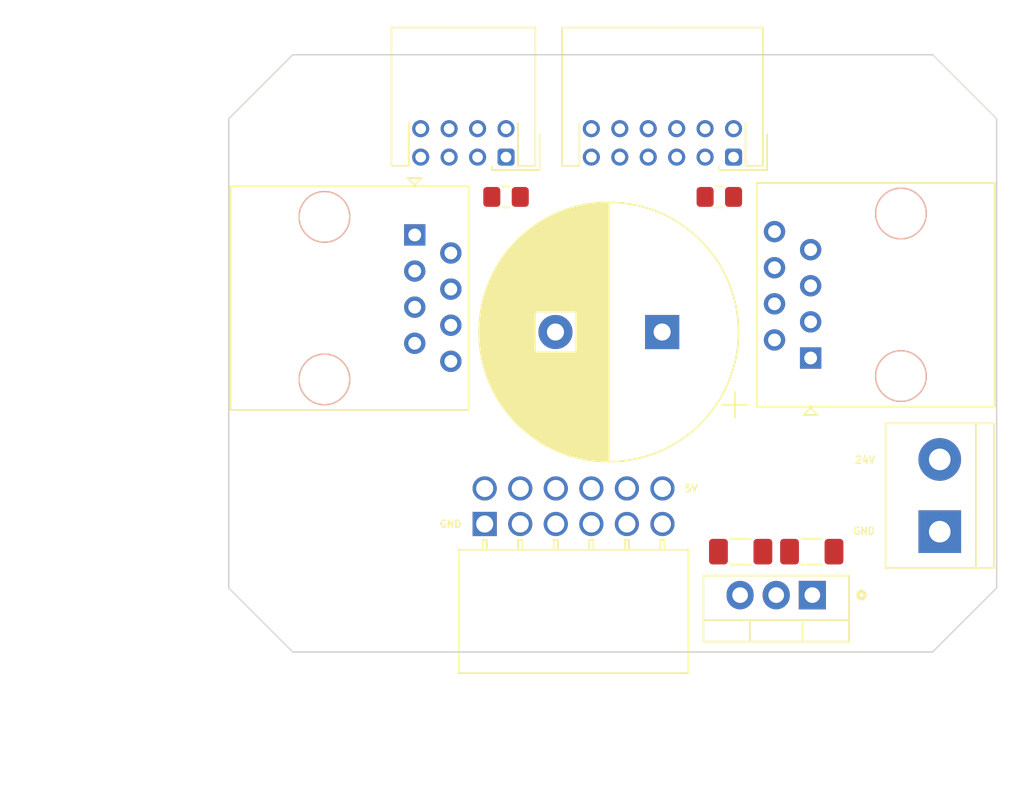
<source format=kicad_pcb>
(kicad_pcb (version 20211014) (generator pcbnew)
  (layers (0 "F.Cu" signal) (31 "B.Cu" signal) (34 "B.Paste" user) (35 "F.Paste" user) (36 "B.SilkS" user "B.Silkscreen") (37 "F.SilkS" user "F.Silkscreen") (38 "B.Mask" user) (39 "F.Mask" user) (44 "Edge.Cuts" user))
  (net 0 "")
  (net 1 "+24V")
  (net 2 "GND")
  (net 3 "+5V")
  (net 4 "/INPUT_1")
  (net 5 "/INPUT_2")
  (net 6 "/INPUT_3")
  (net 7 "/INPUT_4")
  (net 8 "/INPUT_5")
  (net 9 "/INPUT_6")
  (net 10 "/ANALOG_IN")
  (net 11 "/OUTPUT_1")
  (net 12 "/OUTPUT_2")
  (net 13 "/OUTPUT_3")
  (net 14 "/RX-")
  (net 15 "/RX+")
  (net 16 "/TX-")
  (net 17 "/TX+")
  (net 18 "Net-(J5-Pad3)")
  (net 19 "Net-(J5-Pad4)")
  (net 20 "Net-(J5-Pad5)")
  (net 21 "Net-(J5-Pad6)")
  (footprint "Connector_RJ:RJ45_OST_PJ012-8P8CX_Vertical" (layer "F.Cu") (at 107.08 112.6725 -90)
    (fp_text reference "J5")
    (fp_text value "RJ45")
    (fp_line (start -3.42 -3.79) (end -3.42 12.95) (layer "F.SilkS") (width 0.12))
    (fp_line (start 12.31 -3.79) (end 12.31 12.95) (layer "F.SilkS") (width 0.12))
    (fp_line (start -4 0.5) (end -3.5 0) (layer "F.SilkS") (width 0.12))
    (fp_line (start -4 -0.5) (end -4 0.5) (layer "F.SilkS") (width 0.12))
    (fp_line (start -3.5 0) (end -4 -0.5) (layer "F.SilkS") (width 0.12))
    (fp_line (start 12.31 12.95) (end -3.42 12.95) (layer "F.SilkS") (width 0.12))
    (fp_line (start 12.3 -3.79) (end -3.42 -3.79) (layer "F.SilkS") (width 0.12))
    (pad "" np_thru_hole circle (at 10.16 6.35 270) (size 3.65 3.65) (drill 3.45) (layers *.Cu *.SilkS *.Mask))
    (pad "" np_thru_hole circle (at -1.27 6.35 270) (size 3.65 3.65) (drill 3.45) (layers *.Cu *.SilkS *.Mask))
    (pad "1" thru_hole rect (at 0 0 270) (size 1.5 1.5) (drill 0.9) (layers *.Cu *.Mask) (net 14 "/RX-"))
    (pad "2" thru_hole circle (at 1.27 -2.54 270) (size 1.5 1.5) (drill 0.9) (layers *.Cu *.Mask) (net 15 "/RX+"))
    (pad "3" thru_hole circle (at 2.54 0 270) (size 1.5 1.5) (drill 0.9) (layers *.Cu *.Mask) (net 18 "Net-(J5-Pad3)"))
    (pad "4" thru_hole circle (at 3.81 -2.54 270) (size 1.5 1.5) (drill 0.9) (layers *.Cu *.Mask) (net 19 "Net-(J5-Pad4)"))
    (pad "5" thru_hole circle (at 5.08 0 270) (size 1.5 1.5) (drill 0.9) (layers *.Cu *.Mask) (net 20 "Net-(J5-Pad5)"))
    (pad "6" thru_hole circle (at 6.35 -2.54 270) (size 1.5 1.5) (drill 0.9) (layers *.Cu *.Mask) (net 21 "Net-(J5-Pad6)"))
    (pad "7" thru_hole circle (at 7.62 0 270) (size 1.5 1.5) (drill 0.9) (layers *.Cu *.Mask) (net 16 "/TX-"))
    (pad "8" thru_hole circle (at 8.89 -2.54 270) (size 1.5 1.5) (drill 0.9) (layers *.Cu *.Mask) (net 17 "/TX+"))
  )
  (footprint "Connector_JST:JST_PHD_S8B-PHDSS_2x04_P2.00mm_Horizontal" (layer "F.Cu") (at 113.5 107.2 180)
    (fp_text reference "J2")
    (fp_text value "JST-PHD(>SMCI12(X12))")
    (fp_line (start -0.84 -0.61) (end -2.06 -0.61) (layer "F.SilkS") (width 0.12))
    (fp_line (start -2.06 -0.61) (end -2.06 9.11) (layer "F.SilkS") (width 0.12))
    (fp_line (start -2.06 9.11) (end 3 9.11) (layer "F.SilkS") (width 0.12))
    (fp_line (start 8.06 9.11) (end 3 9.11) (layer "F.SilkS") (width 0.12))
    (fp_line (start 1 -0.66) (end 1 -0.91) (layer "F.SilkS") (width 0.12))
    (fp_line (start -0.84 2.39) (end -0.84 -0.61) (layer "F.SilkS") (width 0.12))
    (fp_line (start 1 -0.91) (end -2.36 -0.91) (layer "F.SilkS") (width 0.12))
    (fp_line (start 6.84 -0.61) (end 8.06 -0.61) (layer "F.SilkS") (width 0.12))
    (fp_line (start 6.84 2.39) (end 6.84 -0.61) (layer "F.SilkS") (width 0.12))
    (fp_line (start -2.36 -0.91) (end -2.36 1.59) (layer "F.SilkS") (width 0.12))
    (fp_line (start 8.06 -0.61) (end 8.06 9.11) (layer "F.SilkS") (width 0.12))
    (pad "1" thru_hole roundrect (at 0 0 180) (size 1.2 1.2) (drill 0.75) (layers *.Cu *.Mask) (roundrect_rratio 0.208333) (net 2 "GND"))
    (pad "2" thru_hole circle (at 0 2 180) (size 1.2 1.2) (drill 0.75) (layers *.Cu *.Mask) (net 1 "+24V"))
    (pad "3" thru_hole circle (at 2 0 180) (size 1.2 1.2) (drill 0.75) (layers *.Cu *.Mask) (net 16 "/TX-"))
    (pad "4" thru_hole circle (at 2 2 180) (size 1.2 1.2) (drill 0.75) (layers *.Cu *.Mask) (net 17 "/TX+"))
    (pad "5" thru_hole circle (at 4 0 180) (size 1.2 1.2) (drill 0.75) (layers *.Cu *.Mask) (net 14 "/RX-"))
    (pad "6" thru_hole circle (at 4 2 180) (size 1.2 1.2) (drill 0.75) (layers *.Cu *.Mask) (net 15 "/RX+"))
    (pad "7" thru_hole circle (at 6 0 180) (size 1.2 1.2) (drill 0.75) (layers *.Cu *.Mask) (net 2 "GND"))
    (pad "8" thru_hole circle (at 6 2 180) (size 1.2 1.2) (drill 0.75) (layers *.Cu *.Mask) (net 2 "GND"))
  )
  (footprint "Resistor_SMD:R_0805_2012Metric_Pad1.20x1.40mm_HandSolder" (layer "F.Cu") (at 113.5 110 180)
    (fp_text reference "R1")
    (fp_text value "120R")
    (fp_line (start -0.227064 0.735) (end 0.227064 0.735) (layer "F.SilkS") (width 0.12))
    (fp_line (start -0.227064 -0.735) (end 0.227064 -0.735) (layer "F.SilkS") (width 0.12))
    (pad "1" smd roundrect (at -1 0 180) (size 1.2 1.4) (layers "F.Cu" "F.Paste" "F.Mask") (roundrect_rratio 0.208333) (net 15 "/RX+"))
    (pad "2" smd roundrect (at 1 0 180) (size 1.2 1.4) (layers "F.Cu" "F.Paste" "F.Mask") (roundrect_rratio 0.208333) (net 14 "/RX-"))
  )
  (footprint "Capacitor_SMD:C_1206_3216Metric_Pad1.33x1.80mm_HandSolder" (layer "F.Cu") (at 130 134.945)
    (fp_text reference "C3")
    (fp_text value "100nF")
    (fp_line (start -0.711252 -0.91) (end 0.711252 -0.91) (layer "F.SilkS") (width 0.12))
    (fp_line (start -0.711252 0.91) (end 0.711252 0.91) (layer "F.SilkS") (width 0.12))
    (pad "1" smd roundrect (at -1.5625 0) (size 1.325 1.8) (layers "F.Cu" "F.Paste" "F.Mask") (roundrect_rratio 0.188679) (net 3 "+5V"))
    (pad "2" smd roundrect (at 1.5625 0) (size 1.325 1.8) (layers "F.Cu" "F.Paste" "F.Mask") (roundrect_rratio 0.188679) (net 2 "GND"))
  )
  (footprint "TerminalBlock:TerminalBlock_bornier-2_P5.08mm" (layer "F.Cu") (at 144 133.54 90)
    (fp_text reference "J4")
    (fp_text value "Screw_Terminal_01x02")
    (fp_line (start 7.62 3.81) (end 7.62 -3.81) (layer "F.SilkS") (width 0.12))
    (fp_line (start -2.54 -3.81) (end -2.54 3.81) (layer "F.SilkS") (width 0.12))
    (fp_line (start 7.62 2.54) (end -2.54 2.54) (layer "F.SilkS") (width 0.12))
    (fp_line (start 7.62 -3.81) (end -2.54 -3.81) (layer "F.SilkS") (width 0.12))
    (fp_line (start -2.54 3.81) (end 7.62 3.81) (layer "F.SilkS") (width 0.12))
    (pad "1" thru_hole rect (at 0 0 90) (size 3 3) (drill 1.52) (layers *.Cu *.Mask) (net 2 "GND"))
    (pad "2" thru_hole circle (at 5.08 0 90) (size 3 3) (drill 1.52) (layers *.Cu *.Mask) (net 1 "+24V"))
  )
  (footprint "Connector_RJ:RJ45_OST_PJ012-8P8CX_Vertical" (layer "F.Cu") (at 134.92 121.3275 90)
    (fp_text reference "J6")
    (fp_text value "RJ45")
    (fp_line (start -4 -0.5) (end -4 0.5) (layer "F.SilkS") (width 0.12))
    (fp_line (start 12.31 12.95) (end -3.42 12.95) (layer "F.SilkS") (width 0.12))
    (fp_line (start -4 0.5) (end -3.5 0) (layer "F.SilkS") (width 0.12))
    (fp_line (start 12.31 -3.79) (end 12.31 12.95) (layer "F.SilkS") (width 0.12))
    (fp_line (start 12.3 -3.79) (end -3.42 -3.79) (layer "F.SilkS") (width 0.12))
    (fp_line (start -3.5 0) (end -4 -0.5) (layer "F.SilkS") (width 0.12))
    (fp_line (start -3.42 -3.79) (end -3.42 12.95) (layer "F.SilkS") (width 0.12))
    (pad "" np_thru_hole circle (at 10.16 6.35 90) (size 3.65 3.65) (drill 3.45) (layers *.Cu *.SilkS *.Mask))
    (pad "" np_thru_hole circle (at -1.27 6.35 90) (size 3.65 3.65) (drill 3.45) (layers *.Cu *.SilkS *.Mask))
    (pad "1" thru_hole rect (at 0 0 90) (size 1.5 1.5) (drill 0.9) (layers *.Cu *.Mask) (net 14 "/RX-"))
    (pad "2" thru_hole circle (at 1.27 -2.54 90) (size 1.5 1.5) (drill 0.9) (layers *.Cu *.Mask) (net 15 "/RX+"))
    (pad "3" thru_hole circle (at 2.54 0 90) (size 1.5 1.5) (drill 0.9) (layers *.Cu *.Mask) (net 18 "Net-(J5-Pad3)"))
    (pad "4" thru_hole circle (at 3.81 -2.54 90) (size 1.5 1.5) (drill 0.9) (layers *.Cu *.Mask) (net 19 "Net-(J5-Pad4)"))
    (pad "5" thru_hole circle (at 5.08 0 90) (size 1.5 1.5) (drill 0.9) (layers *.Cu *.Mask) (net 20 "Net-(J5-Pad5)"))
    (pad "6" thru_hole circle (at 6.35 -2.54 90) (size 1.5 1.5) (drill 0.9) (layers *.Cu *.Mask) (net 21 "Net-(J5-Pad6)"))
    (pad "7" thru_hole circle (at 7.62 0 90) (size 1.5 1.5) (drill 0.9) (layers *.Cu *.Mask) (net 16 "/TX-"))
    (pad "8" thru_hole circle (at 8.89 -2.54 90) (size 1.5 1.5) (drill 0.9) (layers *.Cu *.Mask) (net 17 "/TX+"))
  )
  (footprint "Capacitor_THT:CP_Radial_D18.0mm_P7.50mm" (layer "F.Cu") (at 124.47778 119.5 180)
    (fp_text reference "C1")
    (fp_text value "4700uF")
    (fp_line (start 8.951 -7.453) (end 8.951 7.453) (layer "F.SilkS") (width 0.12))
    (fp_line (start 7.031 -8.47) (end 7.031 -1.44) (layer "F.SilkS") (width 0.12))
    (fp_line (start 7.951 1.44) (end 7.951 8.056) (layer "F.SilkS") (width 0.12))
    (fp_line (start 9.511 -7.031) (end 9.511 7.031) (layer "F.SilkS") (width 0.12))
    (fp_line (start 8.271 1.44) (end 8.271 7.882) (layer "F.SilkS") (width 0.12))
    (fp_line (start 3.95 -9.078) (end 3.95 9.078) (layer "F.SilkS") (width 0.12))
    (fp_line (start 7.551 1.44) (end 7.551 8.251) (layer "F.SilkS") (width 0.12))
    (fp_line (start 9.351 -7.159) (end 9.351 7.159) (layer "F.SilkS") (width 0.12))
    (fp_line (start 11.111 -5.346) (end 11.111 5.346) (layer "F.SilkS") (width 0.12))
    (fp_line (start 10.911 -5.609) (end 10.911 5.609) (layer "F.SilkS") (width 0.12))
    (fp_line (start 5.791 -8.849) (end 5.791 8.849) (layer "F.SilkS") (width 0.12))
    (fp_line (start 5.831 -8.84) (end 5.831 8.84) (layer "F.SilkS") (width 0.12))
    (fp_line (start 7.751 -8.156) (end 7.751 -1.44) (layer "F.SilkS") (width 0.12))
    (fp_line (start 10.551 -6.038) (end 10.551 6.038) (layer "F.SilkS") (width 0.12))
    (fp_line (start 7.791 -8.137) (end 7.791 -1.44) (layer "F.SilkS") (width 0.12))
    (fp_line (start 8.911 1.44) (end 8.911 7.48) (layer "F.SilkS") (width 0.12))
    (fp_line (start 7.111 1.44) (end 7.111 8.439) (layer "F.SilkS") (width 0.12))
    (fp_line (start 11.031 -5.454) (end 11.031 5.454) (layer "F.SilkS") (width 0.12))
    (fp_line (start 11.231 -5.178) (end 11.231 5.178) (layer "F.SilkS") (width 0.12))
    (fp_line (start 7.871 -8.097) (end 7.871 -1.44) (layer "F.SilkS") (width 0.12))
    (fp_line (start 6.151 1.44) (end 6.151 8.759) (layer "F.SilkS") (width 0.12))
    (fp_line (start 9.951 -6.649) (end 9.951 6.649) (layer "F.SilkS") (width 0.12))
    (fp_line (start 4.27 -9.066) (end 4.27 9.066) (layer "F.SilkS") (width 0.12))
    (fp_line (start 7.911 1.44) (end 7.911 8.076) (layer "F.SilkS") (width 0.12))
    (fp_line (start 3.87 -9.08) (end 3.87 9.08) (layer "F.SilkS") (width 0.12))
    (fp_line (start 7.151 1.44) (end 7.151 8.423) (layer "F.SilkS") (width 0.12))
    (fp_line (start 9.071 -7.368) (end 9.071 7.368) (layer "F.SilkS") (width 0.12))
    (fp_line (start 10.671 -5.901) (end 10.671 5.901) (layer "F.SilkS") (width 0.12))
    (fp_line (start 7.831 -8.117) (end 7.831 -1.44) (layer "F.SilkS") (width 0.12))
    (fp_line (start 6.431 1.44) (end 6.431 8.678) (layer "F.SilkS") (width 0.12))
    (fp_line (start 4.511 -9.049) (end 4.511 9.049) (layer "F.SilkS") (width 0.12))
    (fp_line (start 7.991 -8.035) (end 7.991 -1.44) (layer "F.SilkS") (width 0.12))
    (fp_line (start 8.271 -7.882) (end 8.271 -1.44) (layer "F.SilkS") (width 0.12))
    (fp_line (start 10.071 -6.536) (end 10.071 6.536) (layer "F.SilkS") (width 0.12))
    (fp_line (start 11.151 -5.291) (end 11.151 5.291) (layer "F.SilkS") (width 0.12))
    (fp_line (start 3.79 -9.08) (end 3.79 9.08) (layer "F.SilkS") (width 0.12))
    (fp_line (start 6.671 -8.6) (end 6.671 -1.44) (layer "F.SilkS") (width 0.12))
    (fp_line (start 8.071 -7.992) (end 8.071 -1.44) (layer "F.SilkS") (width 0.12))
    (fp_line (start 5.511 -8.909) (end 5.511 8.909) (layer "F.SilkS") (width 0.12))
    (fp_line (start 10.991 -5.506) (end 10.991 5.506) (layer "F.SilkS") (width 0.12))
    (fp_line (start 4.19 -9.07) (end 4.19 9.07) (layer "F.SilkS") (width 0.12))
    (fp_line (start 8.071 1.44) (end 8.071 7.992) (layer "F.SilkS") (width 0.12))
    (fp_line (start 12.83 -0.814) (end 12.83 0.814) (layer "F.SilkS") (width 0.12))
    (fp_line (start 6.711 -8.587) (end 6.711 -1.44) (layer "F.SilkS") (width 0.12))
    (fp_line (start 4.23 -9.068) (end 4.23 9.068) (layer "F.SilkS") (width 0.12))
    (fp_line (start 4.03 -9.076) (end 4.03 9.076) (layer "F.SilkS") (width 0.12))
    (fp_line (start 10.111 -6.497) (end 10.111 6.497) (layer "F.SilkS") (width 0.12))
    (fp_line (start 6.791 -8.559) (end 6.791 -1.44) (layer "F.SilkS") (width 0.12))
    (fp_line (start 8.431 1.44) (end 8.431 7.788) (layer "F.SilkS") (width 0.12))
    (fp_line (start 9.031 -7.397) (end 9.031 7.397) (layer "F.SilkS") (width 0.12))
    (fp_line (start 6.951 -8.501) (end 6.951 -1.44) (layer "F.SilkS") (width 0.12))
    (fp_line (start 6.831 -8.545) (end 6.831 -1.44) (layer "F.SilkS") (width 0.12))
    (fp_line (start 12.87 -0.04) (end 12.87 0.04) (layer "F.SilkS") (width 0.12))
    (fp_line (start 5.391 -8.932) (end 5.391 8.932) (layer "F.SilkS") (width 0.12))
    (fp_line (start 10.511 -6.082) (end 10.511 6.082) (layer "F.SilkS") (width 0.12))
    (fp_line (start 7.671 -8.195) (end 7.671 -1.44) (layer "F.SilkS") (width 0.12))
    (fp_line (start 5.271 -8.953) (end 5.271 8.953) (layer "F.SilkS") (width 0.12))
    (fp_line (start 10.791 -5.758) (end 10.791 5.758) (layer "F.SilkS") (width 0.12))
    (fp_line (start 9.151 -7.31) (end 9.151 7.31) (layer "F.SilkS") (width 0.12))
    (fp_line (start 11.631 -4.552) (end 11.631 4.552) (layer "F.SilkS") (width 0.12))
    (fp_line (start 12.15 -3.512) (end 12.15 3.512) (layer "F.SilkS") (width 0.12))
    (fp_line (start 10.311 -6.296) (end 10.311 6.296) (layer "F.SilkS") (width 0.12))
    (fp_line (start 6.391 -8.69) (end 6.391 -1.44) (layer "F.SilkS") (width 0.12))
    (fp_line (start 7.311 -8.357) (end 7.311 -1.44) (layer "F.SilkS") (width 0.12))
    (fp_line (start 8.231 -7.904) (end 8.231 -1.44) (layer "F.SilkS") (width 0.12))
    (fp_line (start 5.191 -8.966) (end 5.191 8.966) (layer "F.SilkS") (width 0.12))
    (fp_line (start 6.551 1.44) (end 6.551 8.64) (layer "F.SilkS") (width 0.12))
    (fp_line (start 6.151 -8.759) (end 6.151 -1.44) (layer "F.SilkS") (width 0.12))
    (fp_line (start 4.39 -9.058) (end 4.39 9.058) (layer "F.SilkS") (width 0.12))
    (fp_line (start 12.03 -3.784) (end 12.03 3.784) (layer "F.SilkS") (width 0.12))
    (fp_line (start 8.871 -7.508) (end 8.871 -1.44) (layer "F.SilkS") (width 0.12))
    (fp_line (start 8.311 -7.859) (end 8.311 -1.44) (layer "F.SilkS") (width 0.12))
    (fp_line (start 5.151 -8.972) (end 5.151 8.972) (layer "F.SilkS") (width 0.12))
    (fp_line (start 8.871 1.44) (end 8.871 7.508) (layer "F.SilkS") (width 0.12))
    (fp_line (start 6.911 1.44) (end 6.911 8.516) (layer "F.SilkS") (width 0.12))
    (fp_line (start 5.431 -8.924) (end 5.431 8.924) (layer "F.SilkS") (width 0.12))
    (fp_line (start 12.23 -3.317) (end 12.23 3.317) (layer "F.SilkS") (width 0.12))
    (fp_line (start 9.711 -6.864) (end 9.711 6.864) (layer "F.SilkS") (width 0.12))
    (fp_line (start 8.391 1.44) (end 8.391 7.812) (layer "F.SilkS") (width 0.12))
    (fp_line (start 6.791 1.44) (end 6.791 8.559) (layer "F.SilkS") (width 0.12))
    (fp_line (start 6.991 1.44) (end 6.991 8.486) (layer "F.SilkS") (width 0.12))
    (fp_line (start 8.711 1.44) (end 8.711 7.614) (layer "F.SilkS") (width 0.12))
    (fp_line (start 6.631 1.44) (end 6.631 8.614) (layer "F.SilkS") (width 0.12))
    (fp_line (start 11.99 -3.869) (end 11.99 3.869) (layer "F.SilkS") (width 0.12))
    (fp_line (start 12.39 -2.88) (end 12.39 2.88) (layer "F.SilkS") (width 0.12))
    (fp_line (start 7.871 1.44) (end 7.871 8.097) (layer "F.SilkS") (width 0.12))
    (fp_line (start 6.991 -8.486) (end 6.991 -1.44) (layer "F.SilkS") (width 0.12))
    (fp_line (start 6.351 1.44) (end 6.351 8.702) (layer "F.SilkS") (width 0.12))
    (fp_line (start 7.671 1.44) (end 7.671 8.195) (layer "F.SilkS") (width 0.12))
    (fp_line (start 9.831 -6.758) (end 9.831 6.758) (layer "F.SilkS") (width 0.12))
    (fp_line (start 4.591 -9.042) (end 4.591 9.042) (layer "F.SilkS") (width 0.12))
    (fp_line (start 8.591 1.44) (end 8.591 7.69) (layer "F.SilkS") (width 0.12))
    (fp_line (start 5.591 -8.893) (end 5.591 8.893) (layer "F.SilkS") (width 0.12))
    (fp_line (start 6.111 1.44) (end 6.111 8.77) (layer "F.SilkS") (width 0.12))
    (fp_line (start 9.471 -7.064) (end 9.471 7.064) (layer "F.SilkS") (width 0.12))
    (fp_line (start 12.11 -3.605) (end 12.11 3.605) (layer "F.SilkS") (width 0.12))
    (fp_line (start 7.311 1.44) (end 7.311 8.357) (layer "F.SilkS") (width 0.12))
    (fp_line (start 8.111 1.44) (end 8.111 7.971) (layer "F.SilkS") (width 0.12))
    (fp_line (start 11.711 -4.412) (end 11.711 4.412) (layer "F.SilkS") (width 0.12))
    (fp_line (start 10.471 -6.126) (end 10.471 6.126) (layer "F.SilkS") (width 0.12))
    (fp_line (start 12.71 -1.661) (end 12.71 1.661) (layer "F.SilkS") (width 0.12))
    (fp_line (start 8.751 -7.588) (end 8.751 -1.44) (layer "F.SilkS") (width 0.12))
    (fp_line (start 10.831 -5.709) (end 10.831 5.709) (layer "F.SilkS") (width 0.12))
    (fp_line (start 7.111 -8.439) (end 7.111 -1.44) (layer "F.SilkS") (width 0.12))
    (fp_line (start 12.19 -3.416) (end 12.19 3.416) (layer "F.SilkS") (width 0.12))
    (fp_line (start 8.551 -7.715) (end 8.551 -1.44) (layer "F.SilkS") (width 0.12))
    (fp_line (start 11.95 -3.952) (end 11.95 3.952) (layer "F.SilkS") (width 0.12))
    (fp_line (start 8.671 -7.64) (end 8.671 -1.44) (layer "F.SilkS") (width 0.12))
    (fp_line (start 9.791 -6.794) (end 9.791 6.794) (layer "F.SilkS") (width 0.12))
    (fp_line (start 10.431 -6.17) (end 10.431 6.17) (layer "F.SilkS") (width 0.12))
    (fp_line (start 10.151 -6.458) (end 10.151 6.458) (layer "F.SilkS") (width 0.12))
    (fp_line (start 11.511 -4.752) (end 11.511 4.752) (layer "F.SilkS") (width 0.12))
    (fp_line (start 9.871 -6.722) (end 9.871 6.722) (layer "F.SilkS") (width 0.12))
    (fp_line (start 10.271 -6.337) (end 10.271 6.337) (layer "F.SilkS") (width 0.12))
    (fp_line (start 5.871 -8.831) (end 5.871 8.831) (layer "F.SilkS") (width 0.12))
    (fp_line (start 11.311 -5.062) (end 11.311 5.062) (layer "F.SilkS") (width 0.12))
    (fp_line (start 7.751 1.44) (end 7.751 8.156) (layer "F.SilkS") (width 0.12))
    (fp_line (start 6.751 -8.573) (end 6.751 -1.44) (layer "F.SilkS") (width 0.12))
    (fp_line (start 10.871 -5.66) (end 10.871 5.66) (layer "F.SilkS") (width 0.12))
    (fp_line (start 6.871 -8.53) (end 6.871 -1.44) (layer "F.SilkS") (width 0.12))
    (fp_line (start 8.351 1.44) (end 8.351 7.835) (layer "F.SilkS") (width 0.12))
    (fp_line (start 5.071 -8.984) (end 5.071 8.984) (layer "F.SilkS") (width 0.12))
    (fp_line (start 10.711 -5.854) (end 10.711 5.854) (layer "F.SilkS") (width 0.12))
    (fp_line (start 7.631 1.44) (end 7.631 8.214) (layer "F.SilkS") (width 0.12))
    (fp_line (start 4.551 -9.045) (end 4.551 9.045) (layer "F.SilkS") (width 0.12))
    (fp_line (start 12.31 -3.107) (end 12.31 3.107) (layer "F.SilkS") (width 0.12))
    (fp_line (start 7.591 -8.233) (end 7.591 -1.44) (layer "F.SilkS") (width 0.12))
    (fp_line (start 5.031 -8.99) (end 5.031 8.99) (layer "F.SilkS") (width 0.12))
    (fp_line (start 9.271 -7.22) (end 9.271 7.22) (layer "F.SilkS") (width 0.12))
    (fp_line (start 11.911 -4.033) (end 11.911 4.033) (layer "F.SilkS") (width 0.12))
    (fp_line (start 8.831 1.44) (end 8.831 7.535) (layer "F.SilkS") (width 0.12))
    (fp_line (start 11.791 -4.265) (end 11.791 4.265) (layer "F.SilkS") (width 0.12))
    (fp_line (start 7.711 1.44) (end 7.711 8.176) (layer "F.SilkS") (width 0.12))
    (fp_line (start 6.311 1.44) (end 6.311 8.714) (layer "F.SilkS") (width 0.12))
    (fp_line (start 8.671 1.44) (end 8.671 7.64) (layer "F.SilkS") (width 0.12))
    (fp_line (start 7.351 -8.34) (end 7.351 -1.44) (layer "F.SilkS") (width 0.12))
    (fp_line (start 6.391 1.44) (end 6.391 8.69) (layer "F.SilkS") (width 0.12))
    (fp_line (start 10.351 -6.254) (end 10.351 6.254) (layer "F.SilkS") (width 0.12))
    (fp_line (start 6.071 -8.78) (end 6.071 -1.44) (layer "F.SilkS") (width 0.12))
    (fp_line (start 4.07 -9.075) (end 4.07 9.075) (layer "F.SilkS") (width 0.12))
    (fp_line (start 11.551 -4.686) (end 11.551 4.686) (layer "F.SilkS") (width 0.12))
    (fp_line (start 6.871 1.44) (end 6.871 8.53) (layer "F.SilkS") (width 0.12))
    (fp_line (start 6.911 -8.516) (end 6.911 -1.44) (layer "F.SilkS") (width 0.12))
    (fp_line (start 11.391 -4.941) (end 11.391 4.941) (layer "F.SilkS") (width 0.12))
    (fp_line (start 6.271 1.44) (end 6.271 8.725) (layer "F.SilkS") (width 0.12))
    (fp_line (start 4.631 -9.038) (end 4.631 9.038) (layer "F.SilkS") (width 0.12))
    (fp_line (start 3.75 -9.081) (end 3.75 9.081) (layer "F.SilkS") (width 0.12))
    (fp_line (start 7.191 -8.407) (end 7.191 -1.44) (layer "F.SilkS") (width 0.12))
    (fp_line (start 5.911 -8.821) (end 5.911 8.821) (layer "F.SilkS") (width 0.12))
    (fp_line (start 3.99 -9.077) (end 3.99 9.077) (layer "F.SilkS") (width 0.12))
    (fp_line (start 6.591 1.44) (end 6.591 8.627) (layer "F.SilkS") (width 0.12))
    (fp_line (start 7.911 -8.076) (end 7.911 -1.44) (layer "F.SilkS") (width 0.12))
    (fp_line (start 10.591 -5.993) (end 10.591 5.993) (layer "F.SilkS") (width 0.12))
    (fp_line (start 9.111 -7.339) (end 9.111 7.339) (layer "F.SilkS") (width 0.12))
    (fp_line (start 9.911 -6.686) (end 9.911 6.686) (layer "F.SilkS") (width 0.12))
    (fp_line (start 8.351 -7.835) (end 8.351 -1.44) (layer "F.SilkS") (width 0.12))
    (fp_line (start 7.711 -8.176) (end 7.711 -1.44) (layer "F.SilkS") (width 0.12))
    (fp_line (start -6.00944 -5.115) (end -4.20944 -5.115) (layer "F.SilkS") (width 0.12))
    (fp_line (start 7.591 1.44) (end 7.591 8.233) (layer "F.SilkS") (width 0.12))
    (fp_line (start 3.91 -9.079) (end 3.91 9.079) (layer "F.SilkS") (width 0.12))
    (fp_line (start 5.711 -8.867) (end 5.711 8.867) (layer "F.SilkS") (width 0.12))
    (fp_line (start 5.671 -8.876) (end 5.671 8.876) (layer "F.SilkS") (width 0.12))
    (fp_line (start -5.10944 -6.015) (end -5.10944 -4.215) (layer "F.SilkS") (width 0.12))
    (fp_line (start 10.951 -5.558) (end 10.951 5.558) (layer "F.SilkS") (width 0.12))
    (fp_line (start 8.791 -7.561) (end 8.791 -1.44) (layer "F.SilkS") (width 0.12))
    (fp_line (start 7.231 -8.39) (end 7.231 -1.44) (layer "F.SilkS") (width 0.12))
    (fp_line (start 7.951 -8.056) (end 7.951 -1.44) (layer "F.SilkS") (width 0.12))
    (fp_line (start 8.191 -7.927) (end 8.191 -1.44) (layer "F.SilkS") (width 0.12))
    (fp_line (start 5.471 -8.917) (end 5.471 8.917) (layer "F.SilkS") (width 0.12))
    (fp_line (start 9.231 -7.25) (end 9.231 7.25) (layer "F.SilkS") (width 0.12))
    (fp_line (start 6.191 1.44) (end 6.191 8.748) (layer "F.SilkS") (width 0.12))
    (fp_line (start 8.031 -8.014) (end 8.031 -1.44) (layer "F.SilkS") (width 0.12))
    (fp_line (start 8.311 1.44) (end 8.311 7.859) (layer "F.SilkS") (width 0.12))
    (fp_line (start 4.831 -9.016) (end 4.831 9.016) (layer "F.SilkS") (width 0.12))
    (fp_line (start 11.431 -4.879) (end 11.431 4.879) (layer "F.SilkS") (width 0.12))
    (fp_line (start 4.951 -9.001) (end 4.951 9.001) (layer "F.SilkS") (width 0.12))
    (fp_line (start 10.631 -5.947) (end 10.631 5.947) (layer "F.SilkS") (width 0.12))
    (fp_line (start 6.111 -8.77) (end 6.111 -1.44) (layer "F.SilkS") (width 0.12))
    (fp_line (start 5.951 -8.811) (end 5.951 8.811) (layer "F.SilkS") (width 0.12))
    (fp_line (start 6.471 1.44) (end 6.471 8.665) (layer "F.SilkS") (width 0.12))
    (fp_line (start 7.431 -8.305) (end 7.431 -1.44) (layer "F.SilkS") (width 0.12))
    (fp_line (start 4.871 -9.011) (end 4.871 9.011) (layer "F.SilkS") (width 0.12))
    (fp_line (start 9.431 -7.096) (end 9.431 7.096) (layer "F.SilkS") (width 0.12))
    (fp_line (start 8.591 -7.69) (end 8.591 -1.44) (layer "F.SilkS") (width 0.12))
    (fp_line (start 6.031 -8.791) (end 6.031 8.791) (layer "F.SilkS") (width 0.12))
    (fp_line (start 8.471 1.44) (end 8.471 7.764) (layer "F.SilkS") (width 0.12))
    (fp_line (start 5.551 -8.901) (end 5.551 8.901) (layer "F.SilkS") (width 0.12))
    (fp_line (start 8.511 -7.74) (end 8.511 -1.44) (layer "F.SilkS") (width 0.12))
    (fp_line (start 8.111 -7.971) (end 8.111 -1.44) (layer "F.SilkS") (width 0.12))
    (fp_line (start 8.911 -7.48) (end 8.911 -1.44) (layer "F.SilkS") (width 0.12))
    (fp_line (start 12.27 -3.214) (end 12.27 3.214) (layer "F.SilkS") (width 0.12))
    (fp_line (start 8.831 -7.535) (end 8.831 -1.44) (layer "F.SilkS") (width 0.12))
    (fp_line (start 7.471 1.44) (end 7.471 8.287) (layer "F.SilkS") (width 0.12))
    (fp_line (start 12.47 -2.632) (end 12.47 2.632) (layer "F.SilkS") (width 0.12))
    (fp_line (start 12.79 -1.166) (end 12.79 1.166) (layer "F.SilkS") (width 0.12))
    (fp_line (start 6.551 -8.64) (end 6.551 -1.44) (layer "F.SilkS") (width 0.12))
    (fp_line (start 7.231 1.44) (end 7.231 8.39) (layer "F.SilkS") (width 0.12))
    (fp_line (start 7.271 1.44) (end 7.271 8.374) (layer "F.SilkS") (width 0.12))
    (fp_line (start 4.791 -9.021) (end 4.791 9.021) (layer "F.SilkS") (width 0.12))
    (fp_line (start 11.471 -4.816) (end 11.471 4.816) (layer "F.SilkS") (width 0.12))
    (fp_line (start 6.511 -8.653) (end 6.511 -1.44) (layer "F.SilkS") (width 0.12))
    (fp_line (start 11.351 -5.002) (end 11.351 5.002) (layer "F.SilkS") (width 0.12))
    (fp_line (start 9.311 -7.19) (end 9.311 7.19) (layer "F.SilkS") (width 0.12))
    (fp_line (start 4.11 -9.073) (end 4.11 9.073) (layer "F.SilkS") (width 0.12))
    (fp_line (start 12.59 -2.203) (end 12.59 2.203) (layer "F.SilkS") (width 0.12))
    (fp_line (start 4.911 -9.006) (end 4.911 9.006) (layer "F.SilkS") (width 0.12))
    (fp_line (start 4.35 -9.061) (end 4.35 9.061) (layer "F.SilkS") (width 0.12))
    (fp_line (start 4.15 -9.072) (end 4.15 9.072) (layer "F.SilkS") (width 0.12))
    (fp_line (start 5.751 -8.858) (end 5.751 8.858) (layer "F.SilkS") (width 0.12))
    (fp_line (start 11.751 -4.339) (end 11.751 4.339) (layer "F.SilkS") (width 0.12))
    (fp_line (start 6.951 1.44) (end 6.951 8.501) (layer "F.SilkS") (width 0.12))
    (fp_line (start 6.231 -8.737) (end 6.231 -1.44) (layer "F.SilkS") (width 0.12))
    (fp_line (start 8.231 1.44) (end 8.231 7.904) (layer "F.SilkS") (width 0.12))
    (fp_line (start 6.511 1.44) (end 6.511 8.653) (layer "F.SilkS") (width 0.12))
    (fp_line (start 7.151 -8.423) (end 7.151 -1.44) (layer "F.SilkS") (width 0.12))
    (fp_line (start 9.391 -7.127) (end 9.391 7.127) (layer "F.SilkS") (width 0.12))
    (fp_line (start 12.63 -2.039) (end 12.63 2.039) (layer "F.SilkS") (width 0.12))
    (fp_line (start 4.991 -8.996) (end 4.991 8.996) (layer "F.SilkS") (width 0.12))
    (fp_line (start 6.671 1.44) (end 6.671 8.6) (layer "F.SilkS") (width 0.12))
    (fp_line (start 6.311 -8.714) (end 6.311 -1.44) (layer "F.SilkS") (width 0.12))
    (fp_line (start 7.831 1.44) (end 7.831 8.117) (layer "F.SilkS") (width 0.12))
    (fp_line (start 10.231 -6.378) (end 10.231 6.378) (layer "F.SilkS") (width 0.12))
    (fp_line (start 8.391 -7.812) (end 8.391 -1.44) (layer "F.SilkS") (width 0.12))
    (fp_line (start 4.751 -9.026) (end 4.751 9.026) (layer "F.SilkS") (width 0.12))
    (fp_line (start 8.031 1.44) (end 8.031 8.014) (layer "F.SilkS") (width 0.12))
    (fp_line (start 4.471 -9.052) (end 4.471 9.052) (layer "F.SilkS") (width 0.12))
    (fp_line (start 11.831 -4.19) (end 11.831 4.19) (layer "F.SilkS") (width 0.12))
    (fp_line (start 5.231 -8.96) (end 5.231 8.96) (layer "F.SilkS") (width 0.12))
    (fp_line (start 6.631 -8.614) (end 6.631 -1.44) (layer "F.SilkS") (width 0.12))
    (fp_line (start 7.391 -8.323) (end 7.391 -1.44) (layer "F.SilkS") (width 0.12))
    (fp_line (start 9.591 -6.965) (end 9.591 6.965) (layer "F.SilkS") (width 0.12))
    (fp_line (start 8.551 1.44) (end 8.551 7.715) (layer "F.SilkS") (width 0.12))
    (fp_line (start 11.271 -5.12) (end 11.271 5.12) (layer "F.SilkS") (width 0.12))
    (fp_line (start 4.43 -9.055) (end 4.43 9.055) (layer "F.SilkS") (width 0.12))
    (fp_line (start 3.83 -9.08) (end 3.83 9.08) (layer "F.SilkS") (width 0.12))
    (fp_line (start 12.75 -1.435) (end 12.75 1.435) (layer "F.SilkS") (width 0.12))
    (fp_line (start 4.31 -9.063) (end 4.31 9.063) (layer "F.SilkS") (width 0.12))
    (fp_line (start 8.471 -7.764) (end 8.471 -1.44) (layer "F.SilkS") (width 0.12))
    (fp_line (start 11.871 -4.113) (end 11.871 4.113) (layer "F.SilkS") (width 0.12))
    (fp_line (start 6.751 1.44) (end 6.751 8.573) (layer "F.SilkS") (width 0.12))
    (fp_line (start 7.351 1.44) (end 7.351 8.34) (layer "F.SilkS") (width 0.12))
    (fp_line (start 5.351 -8.939) (end 5.351 8.939) (layer "F.SilkS") (width 0.12))
    (fp_line (start 9.551 -6.999) (end 9.551 6.999) (layer "F.SilkS") (width 0.12))
    (fp_line (start 4.711 -9.03) (end 4.711 9.03) (layer "F.SilkS") (width 0.12))
    (fp_line (start 7.991 1.44) (end 7.991 8.035) (layer "F.SilkS") (width 0.12))
    (fp_line (start 12.35 -2.996) (end 12.35 2.996) (layer "F.SilkS") (width 0.12))
    (fp_line (start 6.071 1.44) (end 6.071 8.78) (layer "F.SilkS") (width 0.12))
    (fp_line (start 12.67 -1.86) (end 12.67 1.86) (layer "F.SilkS") (width 0.12))
    (fp_line (start 6.591 -8.627) (end 6.591 -1.44) (layer "F.SilkS") (width 0.12))
    (fp_line (start 7.071 1.44) (end 7.071 8.455) (layer "F.SilkS") (width 0.12))
    (fp_line (start 8.791 1.44) (end 8.791 7.561) (layer "F.SilkS") (width 0.12))
    (fp_line (start 6.351 -8.702) (end 6.351 -1.44) (layer "F.SilkS") (width 0.12))
    (fp_line (start 9.191 -7.28) (end 9.191 7.28) (layer "F.SilkS") (width 0.12))
    (fp_line (start 8.511 1.44) (end 8.511 7.74) (layer "F.SilkS") (width 0.12))
    (fp_line (start 5.311 -8.946) (end 5.311 8.946) (layer "F.SilkS") (width 0.12))
    (fp_line (start 10.391 -6.212) (end 10.391 6.212) (layer "F.SilkS") (width 0.12))
    (fp_line (start 9.631 -6.932) (end 9.631 6.932) (layer "F.SilkS") (width 0.12))
    (fp_line (start 8.991 -7.425) (end 8.991 7.425) (layer "F.SilkS") (width 0.12))
    (fp_line (start 10.031 -6.574) (end 10.031 6.574) (layer "F.SilkS") (width 0.12))
    (fp_line (start 10.751 -5.806) (end 10.751 5.806) (layer "F.SilkS") (width 0.12))
    (fp_line (start 12.55 -2.355) (end 12.55 2.355) (layer "F.SilkS") (width 0.12))
    (fp_line (start 6.271 -8.725) (end 6.271 -1.44) (layer "F.SilkS") (width 0.12))
    (fp_line (start 7.511 1.44) (end 7.511 8.269) (layer "F.SilkS") (width 0.12))
    (fp_line (start 9.671 -6.898) (end 9.671 6.898) (layer "F.SilkS") (width 0.12))
    (fp_line (start 8.751 1.44) (end 8.751 7.588) (layer "F.SilkS") (width 0.12))
    (fp_line (start 7.631 -8.214) (end 7.631 -1.44) (layer "F.SilkS") (width 0.12))
    (fp_line (start 7.431 1.44) (end 7.431 8.305) (layer "F.SilkS") (width 0.12))
    (fp_line (start 7.791 1.44) (end 7.791 8.137) (layer "F.SilkS") (width 0.12))
    (fp_line (start 8.191 1.44) (end 8.191 7.927) (layer "F.SilkS") (width 0.12))
    (fp_line (start 4.671 -9.034) (end 4.671 9.034) (layer "F.SilkS") (width 0.12))
    (fp_line (start 5.991 -8.801) (end 5.991 8.801) (layer "F.SilkS") (width 0.12))
    (fp_line (start 7.471 -8.287) (end 7.471 -1.44) (layer "F.SilkS") (width 0.12))
    (fp_line (start 8.631 -7.665) (end 8.631 -1.44) (layer "F.SilkS") (width 0.12))
    (fp_line (start 7.071 -8.455) (end 7.071 -1.44) (layer "F.SilkS") (width 0.12))
    (fp_line (start 9.751 -6.829) (end 9.751 6.829) (layer "F.SilkS") (width 0.12))
    (fp_line (start 6.431 -8.678) (end 6.431 -1.44) (layer "F.SilkS") (width 0.12))
    (fp_line (start 11.671 -4.482) (end 11.671 4.482) (layer "F.SilkS") (width 0.12))
    (fp_line (start 7.191 1.44) (end 7.191 8.407) (layer "F.SilkS") (width 0.12))
    (fp_line (start 7.551 -8.251) (end 7.551 -1.44) (layer "F.SilkS") (width 0.12))
    (fp_line (start 5.111 -8.979) (end 5.111 8.979) (layer "F.SilkS") (width 0.12))
    (fp_line (start 12.51 -2.498) (end 12.51 2.498) (layer "F.SilkS") (width 0.12))
    (fp_line (start 12.43 -2.759) (end 12.43 2.759) (layer "F.SilkS") (width 0.12))
    (fp_line (start 8.431 -7.788) (end 8.431 -1.44) (layer "F.SilkS") (width 0.12))
    (fp_line (start 5.631 -8.885) (end 5.631 8.885) (layer "F.SilkS") (width 0.12))
    (fp_line (start 7.031 1.44) (end 7.031 8.47) (layer "F.SilkS") (width 0.12))
    (fp_line (start 12.07 -3.696) (end 12.07 3.696) (layer "F.SilkS") (width 0.12))
    (fp_line (start 6.831 1.44) (end 6.831 8.545) (layer "F.SilkS") (width 0.12))
    (fp_line (start 8.151 -7.949) (end 8.151 -1.44) (layer "F.SilkS") (width 0.12))
    (fp_line (start 8.151 1.44) (end 8.151 7.949) (layer "F.SilkS") (width 0.12))
    (fp_line (start 7.511 -8.269) (end 7.511 -1.44) (layer "F.SilkS") (width 0.12))
    (fp_line (start 9.991 -6.612) (end 9.991 6.612) (layer "F.SilkS") (width 0.12))
    (fp_line (start 11.191 -5.235) (end 11.191 5.235) (layer "F.SilkS") (width 0.12))
    (fp_line (start 11.071 -5.4) (end 11.071 5.4) (layer "F.SilkS") (width 0.12))
    (fp_line (start 6.471 -8.665) (end 6.471 -1.44) (layer "F.SilkS") (width 0.12))
    (fp_line (start 6.711 1.44) (end 6.711 8.587) (layer "F.SilkS") (width 0.12))
    (fp_line (start 7.271 -8.374) (end 7.271 -1.44) (layer "F.SilkS") (width 0.12))
    (fp_line (start 6.191 -8.748) (end 6.191 -1.44) (layer "F.SilkS") (width 0.12))
    (fp_line (start 11.591 -4.62) (end 11.591 4.62) (layer "F.SilkS") (width 0.12))
    (fp_line (start 7.391 1.44) (end 7.391 8.323) (layer "F.SilkS") (width 0.12))
    (fp_line (start 8.711 -7.614) (end 8.711 -1.44) (layer "F.SilkS") (width 0.12))
    (fp_line (start 6.231 1.44) (end 6.231 8.737) (layer "F.SilkS") (width 0.12))
    (fp_line (start 8.631 1.44) (end 8.631 7.665) (layer "F.SilkS") (width 0.12))
    (fp_line (start 10.191 -6.418) (end 10.191 6.418) (layer "F.SilkS") (width 0.12))
    (fp_circle (center 3.75 0) (end 12.87 0) (layer "F.SilkS") (width 0.12) (fill none))
    (pad "1" thru_hole rect (at 0 0 180) (size 2.4 2.4) (drill 1.2) (layers *.Cu *.Mask) (net 1 "+24V"))
    (pad "2" thru_hole circle (at 7.5 0 180) (size 2.4 2.4) (drill 1.2) (layers *.Cu *.Mask) (net 2 "GND"))
  )
  (footprint "Connector_JST:JST_PHD_S12B-PHDSS_2x06_P2.00mm_Horizontal" (layer "F.Cu") (at 129.5 107.2 180)
    (fp_text reference "J3")
    (fp_text value "JST-PHD(>SMCI12(X11))")
    (fp_line (start -0.84 -0.61) (end -2.06 -0.61) (layer "F.SilkS") (width 0.12))
    (fp_line (start 10.84 -0.61) (end 12.06 -0.61) (layer "F.SilkS") (width 0.12))
    (fp_line (start 12.06 -0.61) (end 12.06 9.11) (layer "F.SilkS") (width 0.12))
    (fp_line (start -2.06 9.11) (end 5 9.11) (layer "F.SilkS") (width 0.12))
    (fp_line (start -2.06 -0.61) (end -2.06 9.11) (layer "F.SilkS") (width 0.12))
    (fp_line (start 10.84 2.39) (end 10.84 -0.61) (layer "F.SilkS") (width 0.12))
    (fp_line (start 12.06 9.11) (end 5 9.11) (layer "F.SilkS") (width 0.12))
    (fp_line (start -0.84 2.39) (end -0.84 -0.61) (layer "F.SilkS") (width 0.12))
    (fp_line (start 1 -0.66) (end 1 -0.91) (layer "F.SilkS") (width 0.12))
    (fp_line (start 1 -0.91) (end -2.36 -0.91) (layer "F.SilkS") (width 0.12))
    (fp_line (start -2.36 -0.91) (end -2.36 1.59) (layer "F.SilkS") (width 0.12))
    (pad "1" thru_hole roundrect (at 0 0 180) (size 1.2 1.2) (drill 0.75) (layers *.Cu *.Mask) (roundrect_rratio 0.208333) (net 13 "/OUTPUT_3"))
    (pad "2" thru_hole circle (at 0 2 180) (size 1.2 1.2) (drill 0.75) (layers *.Cu *.Mask) (net 2 "GND"))
    (pad "3" thru_hole circle (at 2 0 180) (size 1.2 1.2) (drill 0.75) (layers *.Cu *.Mask) (net 11 "/OUTPUT_1"))
    (pad "4" thru_hole circle (at 2 2 180) (size 1.2 1.2) (drill 0.75) (layers *.Cu *.Mask) (net 12 "/OUTPUT_2"))
    (pad "5" thru_hole circle (at 4 0 180) (size 1.2 1.2) (drill 0.75) (layers *.Cu *.Mask) (net 9 "/INPUT_6"))
    (pad "6" thru_hole circle (at 4 2 180) (size 1.2 1.2) (drill 0.75) (layers *.Cu *.Mask) (net 10 "/ANALOG_IN"))
    (pad "7" thru_hole circle (at 6 0 180) (size 1.2 1.2) (drill 0.75) (layers *.Cu *.Mask) (net 7 "/INPUT_4"))
    (pad "8" thru_hole circle (at 6 2 180) (size 1.2 1.2) (drill 0.75) (layers *.Cu *.Mask) (net 8 "/INPUT_5"))
    (pad "9" thru_hole circle (at 8 0 180) (size 1.2 1.2) (drill 0.75) (layers *.Cu *.Mask) (net 5 "/INPUT_2"))
    (pad "10" thru_hole circle (at 8 2 180) (size 1.2 1.2) (drill 0.75) (layers *.Cu *.Mask) (net 6 "/INPUT_3"))
    (pad "11" thru_hole circle (at 10 0 180) (size 1.2 1.2) (drill 0.75) (layers *.Cu *.Mask) (net 2 "GND"))
    (pad "12" thru_hole circle (at 10 2 180) (size 1.2 1.2) (drill 0.75) (layers *.Cu *.Mask) (net 4 "/INPUT_1"))
  )
  (footprint "Connector_Molex:Molex_Nano-Fit_105314-xx12_2x06_P2.50mm_Horizontal" (layer "F.Cu") (at 124.5 130.5 -90)
    (fp_text reference "J1")
    (fp_text value "IDC(>ENCODER)")
    (fp_line (start 4.31 5.15) (end 4.31 4.85) (layer "F.SilkS") (width 0.12))
    (fp_line (start 4.31 10.15) (end 4.31 9.85) (layer "F.SilkS") (width 0.12))
    (fp_line (start 3.61 2.65) (end 4.31 2.65) (layer "F.SilkS") (width 0.12))
    (fp_line (start 3.61 5.15) (end 4.31 5.15) (layer "F.SilkS") (width 0.12))
    (fp_line (start 4.31 4.85) (end 3.61 4.85) (layer "F.SilkS") (width 0.12))
    (fp_line (start 12.99 -1.83) (end 4.31 -1.83) (layer "F.SilkS") (width 0.12))
    (fp_line (start 4.31 14.33) (end 12.99 14.33) (layer "F.SilkS") (width 0.12))
    (fp_line (start 4.31 12.35) (end 3.61 12.35) (layer "F.SilkS") (width 0.12))
    (fp_line (start 4.31 -0.15) (end 3.61 -0.15) (layer "F.SilkS") (width 0.12))
    (fp_line (start 12.99 14.33) (end 12.99 -1.83) (layer "F.SilkS") (width 0.12))
    (fp_line (start 3.61 10.15) (end 4.31 10.15) (layer "F.SilkS") (width 0.12))
    (fp_line (start 4.31 2.35) (end 3.61 2.35) (layer "F.SilkS") (width 0.12))
    (fp_line (start 3.61 7.35) (end 3.61 7.65) (layer "F.SilkS") (width 0.12))
    (fp_line (start 3.61 2.35) (end 3.61 2.65) (layer "F.SilkS") (width 0.12))
    (fp_line (start 3.61 7.65) (end 4.31 7.65) (layer "F.SilkS") (width 0.12))
    (fp_line (start 3.61 12.65) (end 4.31 12.65) (layer "F.SilkS") (width 0.12))
    (fp_line (start 4.31 7.65) (end 4.31 7.35) (layer "F.SilkS") (width 0.12))
    (fp_line (start 3.61 9.85) (end 3.61 10.15) (layer "F.SilkS") (width 0.12))
    (fp_line (start 3.61 -0.15) (end 3.61 0.15) (layer "F.SilkS") (width 0.12))
    (fp_line (start 3.61 0.15) (end 4.31 0.15) (layer "F.SilkS") (width 0.12))
    (fp_line (start 3.61 4.85) (end 3.61 5.15) (layer "F.SilkS") (width 0.12))
    (fp_line (start 4.31 2.65) (end 4.31 2.35) (layer "F.SilkS") (width 0.12))
    (fp_line (start 3.61 12.35) (end 3.61 12.65) (layer "F.SilkS") (width 0.12))
    (fp_line (start 4.31 0.15) (end 4.31 -0.15) (layer "F.SilkS") (width 0.12))
    (fp_line (start 4.31 -1.83) (end 4.31 14.33) (layer "F.SilkS") (width 0.12))
    (fp_line (start 4.31 9.85) (end 3.61 9.85) (layer "F.SilkS") (width 0.12))
    (fp_line (start 4.31 7.35) (end 3.61 7.35) (layer "F.SilkS") (width 0.12))
    (fp_line (start 4.31 12.65) (end 4.31 12.35) (layer "F.SilkS") (width 0.12))
    (pad "" np_thru_hole circle (at 9.68 12.5 270) (size 1.7 1.7) (drill 1.7) (layers *.Cu *.Mask))
    (pad "" np_thru_hole circle (at 9.68 0 270) (size 1.7 1.7) (drill 1.7) (layers *.Cu *.Mask))
    (pad "1" thru_hole circle (at 0 0 270) (size 1.7 1.7) (drill 1.2) (layers *.Cu *.Mask) (net 3 "+5V"))
    (pad "2" thru_hole circle (at 0 2.5 270) (size 1.7 1.7) (drill 1.2) (layers *.Cu *.Mask) (net 4 "/INPUT_1"))
    (pad "3" thru_hole circle (at 0 5 270) (size 1.7 1.7) (drill 1.2) (layers *.Cu *.Mask) (net 5 "/INPUT_2"))
    (pad "4" thru_hole circle (at 0 7.5 270) (size 1.7 1.7) (drill 1.2) (layers *.Cu *.Mask) (net 6 "/INPUT_3"))
    (pad "5" thru_hole circle (at 0 10 270) (size 1.7 1.7) (drill 1.2) (layers *.Cu *.Mask) (net 7 "/INPUT_4"))
    (pad "6" thru_hole circle (at 0 12.5 270) (size 1.7 1.7) (drill 1.2) (layers *.Cu *.Mask) (net 8 "/INPUT_5"))
    (pad "7" thru_hole circle (at 2.5 0 270) (size 1.7 1.7) (drill 1.2) (layers *.Cu *.Mask) (net 9 "/INPUT_6"))
    (pad "8" thru_hole circle (at 2.5 2.5 270) (size 1.7 1.7) (drill 1.2) (layers *.Cu *.Mask) (net 10 "/ANALOG_IN"))
    (pad "9" thru_hole circle (at 2.5 5 270) (size 1.7 1.7) (drill 1.2) (layers *.Cu *.Mask) (net 11 "/OUTPUT_1"))
    (pad "10" thru_hole circle (at 2.5 7.5 270) (size 1.7 1.7) (drill 1.2) (layers *.Cu *.Mask) (net 12 "/OUTPUT_2"))
    (pad "11" thru_hole circle (at 2.5 10 270) (size 1.7 1.7) (drill 1.2) (layers *.Cu *.Mask) (net 13 "/OUTPUT_3"))
    (pad "12" thru_hole rect (at 2.5 12.5 270) (size 1.7 1.7) (drill 1.2) (layers *.Cu *.Mask) (net 2 "GND"))
  )
  (footprint "MountingHole:MountingHole_3.2mm_M3" (layer "F.Cu") (at 136.5 105.5)
    (fp_text reference "H2")
    (fp_text value "M3")
    (pad "" np_thru_hole circle (at 0 0) (size 3.2 3.2) (drill 3.2) (layers *.Cu *.Mask))
  )
  (footprint "Capacitor_SMD:C_1206_3216Metric_Pad1.33x1.80mm_HandSolder" (layer "F.Cu") (at 135 134.945)
    (fp_text reference "C2")
    (fp_text value "330nF")
    (fp_line (start -0.711252 -0.91) (end 0.711252 -0.91) (layer "F.SilkS") (width 0.12))
    (fp_line (start -0.711252 0.91) (end 0.711252 0.91) (layer "F.SilkS") (width 0.12))
    (pad "1" smd roundrect (at -1.5625 0) (size 1.325 1.8) (layers "F.Cu" "F.Paste" "F.Mask") (roundrect_rratio 0.188679) (net 2 "GND"))
    (pad "2" smd roundrect (at 1.5625 0) (size 1.325 1.8) (layers "F.Cu" "F.Paste" "F.Mask") (roundrect_rratio 0.188679) (net 1 "+24V"))
  )
  (footprint "Package_TO_SOT_THT:TO-220-3_Vertical" (layer "F.Cu") (at 135.04 138 180)
    (fp_text reference "U1")
    (fp_text value "LM7805_TO220")
    (fp_line (start -2.58 -3.27) (end -2.58 1.371) (layer "F.SilkS") (width 0.12))
    (fp_line (start 7.66 -3.27) (end 7.66 1.371) (layer "F.SilkS") (width 0.12))
    (fp_line (start -2.58 1.371) (end 7.66 1.371) (layer "F.SilkS") (width 0.12))
    (fp_line (start -2.58 -3.27) (end 7.66 -3.27) (layer "F.SilkS") (width 0.12))
    (fp_line (start 4.391 -3.27) (end 4.391 -1.76) (layer "F.SilkS") (width 0.12))
    (fp_line (start 0.69 -3.27) (end 0.69 -1.76) (layer "F.SilkS") (width 0.12))
    (fp_line (start -2.58 -1.76) (end 7.66 -1.76) (layer "F.SilkS") (width 0.12))
    (pad "1" thru_hole rect (at 0 0 180) (size 1.905 2) (drill 1.1) (layers *.Cu *.Mask) (net 1 "+24V"))
    (pad "2" thru_hole oval (at 2.54 0 180) (size 1.905 2) (drill 1.1) (layers *.Cu *.Mask) (net 2 "GND"))
    (pad "3" thru_hole oval (at 5.08 0 180) (size 1.905 2) (drill 1.1) (layers *.Cu *.Mask) (net 3 "+5V"))
  )
  (footprint "MountingHole:MountingHole_3.2mm_M3" (layer "F.Cu") (at 105.5 136.5)
    (fp_text reference "H4")
    (fp_text value "M3")
    (pad "" np_thru_hole circle (at 0 0) (size 3.2 3.2) (drill 3.2) (layers *.Cu *.Mask))
  )
  (footprint "Resistor_SMD:R_0805_2012Metric_Pad1.20x1.40mm_HandSolder" (layer "F.Cu") (at 128.5 110 180)
    (fp_text reference "R2")
    (fp_text value "120R")
    (fp_line (start -0.227064 -0.735) (end 0.227064 -0.735) (layer "F.SilkS") (width 0.12))
    (fp_line (start -0.227064 0.735) (end 0.227064 0.735) (layer "F.SilkS") (width 0.12))
    (pad "1" smd roundrect (at -1 0 180) (size 1.2 1.4) (layers "F.Cu" "F.Paste" "F.Mask") (roundrect_rratio 0.208333) (net 17 "/TX+"))
    (pad "2" smd roundrect (at 1 0 180) (size 1.2 1.4) (layers "F.Cu" "F.Paste" "F.Mask") (roundrect_rratio 0.208333) (net 16 "/TX-"))
  )
  (gr_circle (center 138.5 138) (end 138.75 138) (layer "F.SilkS") (width 0.25) (fill none))
  (gr_line (start 143.5 142) (end 148 137.5) (layer "Edge.Cuts") (width 0.1))
  (gr_line (start 98.5 142) (end 94 137.5) (layer "Edge.Cuts") (width 0.1))
  (gr_line (start 143.5 142) (end 98.5 142) (layer "Edge.Cuts") (width 0.1))
  (gr_line (start 148 104.5) (end 143.5 100) (layer "Edge.Cuts") (width 0.1))
  (gr_line (start 94 104.5) (end 94 137.5) (layer "Edge.Cuts") (width 0.1))
  (gr_line (start 98.5 100) (end 143.5 100) (layer "Edge.Cuts") (width 0.1))
  (gr_line (start 98.5 100) (end 94 104.5) (layer "Edge.Cuts") (width 0.1))
  (gr_line (start 148 137.5) (end 148 104.5) (layer "Edge.Cuts") (width 0.1))
  (gr_text "GND" (at 110.424264 133) (layer "F.SilkS") (effects (font (size 0.5 0.5) (thickness 0.1)) (justify right)))
  (gr_text "5V" (at 126 130.5) (layer "F.SilkS") (effects (font (size 0.5 0.5) (thickness 0.1)) (justify left)))
  (gr_text "GND" (at 139.5 133.5) (layer "F.SilkS") (effects (font (size 0.5 0.5) (thickness 0.1)) (justify right)))
  (gr_text "24V" (at 139.5 128.5) (layer "F.SilkS") (effects (font (size 0.5 0.5) (thickness 0.1)) (justify right)))
)
</source>
